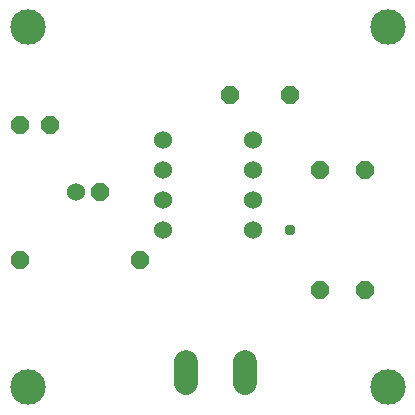
<source format=gbr>
G04 EAGLE Gerber RS-274X export*
G75*
%MOMM*%
%FSLAX34Y34*%
%LPD*%
%INSoldermask Bottom*%
%IPPOS*%
%AMOC8*
5,1,8,0,0,1.08239X$1,22.5*%
G01*
%ADD10P,1.649562X8X22.500000*%
%ADD11C,1.524000*%
%ADD12P,1.649562X8X112.500000*%
%ADD13P,1.649562X8X292.500000*%
%ADD14P,1.649562X8X202.500000*%
%ADD15C,3.003200*%
%ADD16C,1.993900*%
%ADD17C,0.959600*%


D10*
X99060Y203200D03*
D11*
X78740Y203200D03*
D10*
X209550Y285750D03*
X260350Y285750D03*
D11*
X152400Y247650D03*
X152400Y222250D03*
X228600Y222250D03*
X228600Y247650D03*
X152400Y196850D03*
X152400Y171450D03*
X228600Y196850D03*
X228600Y171450D03*
D10*
X31750Y260350D03*
X57150Y260350D03*
D12*
X323850Y120650D03*
X323850Y222250D03*
D13*
X285750Y222250D03*
X285750Y120650D03*
D14*
X133350Y146050D03*
X31750Y146050D03*
D15*
X38100Y38100D03*
X38100Y342900D03*
X342900Y342900D03*
X342900Y38100D03*
D16*
X171850Y41847D02*
X171850Y59754D01*
X221850Y59754D02*
X221850Y41847D01*
D17*
X260350Y171450D03*
M02*

</source>
